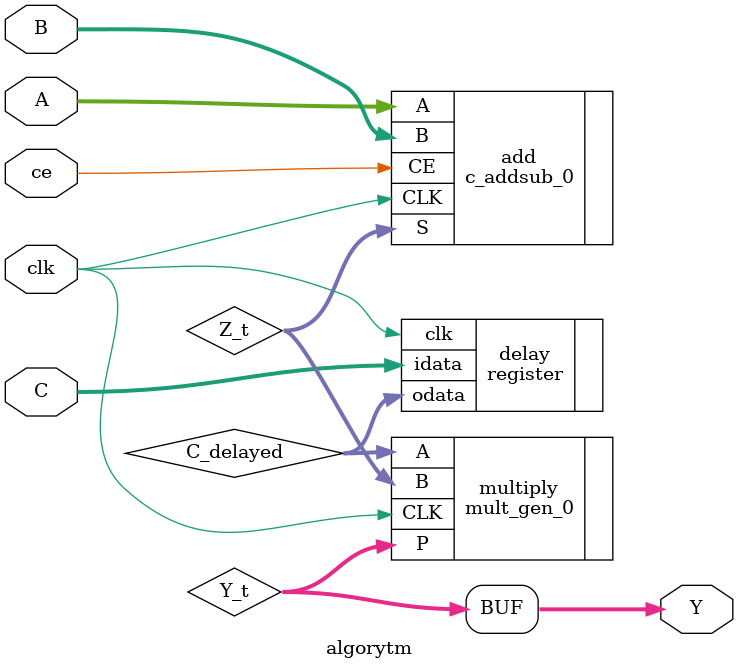
<source format=v>
`timescale 1ns / 1ps


module algorytm(
    input clk,
    input ce,
    input [14:0] A,
    input [14:0] B,
    input [14:0] C,
    output [29:0] Y
);

wire signed [14:0] Z_t;
wire signed [14:0] C_delayed;
wire signed [29:0] Y_t;

c_addsub_0 add
(
    .A(A),
    .B(B),
    .CLK(clk),
    .CE(ce),
    .S(Z_t) 
);
    
register #(
    .N(15),
    .DELAY(2)
) delay (
    .idata(C),
    .odata(C_delayed),
    .clk(clk)
);


mult_gen_0 multiply
(
    .CLK(clk),
    .A(C_delayed),
    .B(Z_t),
    .P(Y_t)
);

assign Y = Y_t;
endmodule

</source>
